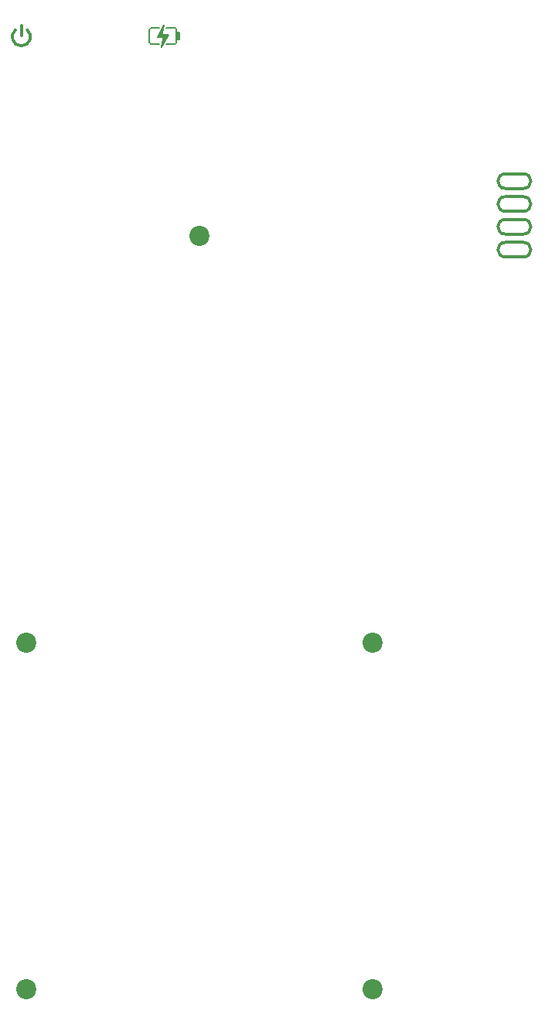
<source format=gbr>
%TF.GenerationSoftware,KiCad,Pcbnew,8.0.1*%
%TF.CreationDate,2024-04-11T23:32:49+09:00*%
%TF.ProjectId,Calciumor_SwitchCover,43616c63-6975-46d6-9f72-5f5377697463,rev?*%
%TF.SameCoordinates,Original*%
%TF.FileFunction,Soldermask,Bot*%
%TF.FilePolarity,Negative*%
%FSLAX46Y46*%
G04 Gerber Fmt 4.6, Leading zero omitted, Abs format (unit mm)*
G04 Created by KiCad (PCBNEW 8.0.1) date 2024-04-11 23:32:49*
%MOMM*%
%LPD*%
G01*
G04 APERTURE LIST*
%ADD10C,0.300000*%
%ADD11C,0.150000*%
%ADD12C,2.200000*%
G04 APERTURE END LIST*
D10*
X142000000Y-57200000D02*
X144000000Y-57200000D01*
X142000000Y-58800000D02*
G75*
G02*
X142000000Y-57200000I0J800000D01*
G01*
X142000000Y-56300000D02*
X144000000Y-56300000D01*
X142000000Y-54700000D02*
X144000000Y-54700000D01*
X142000000Y-61300000D02*
G75*
G02*
X142000000Y-59700000I0J800000D01*
G01*
X142000000Y-58800000D02*
X144000000Y-58800000D01*
X142000000Y-52200000D02*
X144000000Y-52200000D01*
X142000000Y-59700000D02*
X144000000Y-59700000D01*
X144000000Y-59700000D02*
G75*
G02*
X144000000Y-61300000I0J-800000D01*
G01*
X142000000Y-53800000D02*
G75*
G02*
X142000000Y-52200000I0J800000D01*
G01*
X142000000Y-53800000D02*
X144000000Y-53800000D01*
X142000000Y-61300000D02*
X144000000Y-61300000D01*
X144000000Y-52200000D02*
G75*
G02*
X144000000Y-53800000I0J-800000D01*
G01*
X142000000Y-56300000D02*
G75*
G02*
X142000000Y-54700000I0J800000D01*
G01*
X144000000Y-54700000D02*
G75*
G02*
X144000000Y-56300000I0J-800000D01*
G01*
X144000000Y-57200000D02*
G75*
G02*
X144000000Y-58800000I0J-800000D01*
G01*
D11*
X104400000Y-38300000D02*
X104800000Y-37000000D01*
X103000000Y-36400000D02*
G75*
G02*
X103200000Y-36200000I200000J0D01*
G01*
X104400000Y-38300000D02*
X104600000Y-37000000D01*
D10*
X89644136Y-36435089D02*
G75*
G02*
X88355864Y-36435089I-644136J-764911D01*
G01*
D11*
X104100000Y-36200000D02*
X103200000Y-36200000D01*
X106000000Y-37800000D02*
G75*
G02*
X105800000Y-38000000I-200000J0D01*
G01*
X105100000Y-37000000D02*
X104100000Y-37000000D01*
X106000000Y-36700000D02*
X106300000Y-36700000D01*
X105800000Y-36200000D02*
G75*
G02*
X106000000Y-36400000I0J-200000D01*
G01*
D10*
X89000000Y-37100000D02*
X89000000Y-36000000D01*
D11*
X104600000Y-35900000D02*
X104000000Y-37200000D01*
X104900000Y-38000000D02*
X105800000Y-38000000D01*
X106300000Y-36700000D02*
X106300000Y-37500000D01*
X106150000Y-36700000D02*
X106150000Y-37500000D01*
X104900000Y-37100000D02*
X104000000Y-37100000D01*
X104600000Y-35900000D02*
X104300000Y-37200000D01*
X105800000Y-36200000D02*
X104900000Y-36200000D01*
X106000000Y-36400000D02*
X106000000Y-37800000D01*
X106300000Y-37500000D02*
X106000000Y-37500000D01*
X104400000Y-38300000D02*
X104700000Y-37000000D01*
X104400000Y-38300000D02*
X105100000Y-37000000D01*
X104600000Y-35900000D02*
X104400000Y-37200000D01*
X103200000Y-38000000D02*
G75*
G02*
X103000000Y-37800000I0J200000D01*
G01*
X104100000Y-38000000D02*
X103200000Y-38000000D01*
X104600000Y-35900000D02*
X103900000Y-37200000D01*
X104900000Y-37200000D02*
X103900000Y-37200000D01*
X104600000Y-35900000D02*
X104200000Y-37200000D01*
X104400000Y-38300000D02*
X105000000Y-37000000D01*
X103000000Y-37800000D02*
X103000000Y-36400000D01*
D12*
%TO.C,H24*%
X108500000Y-59000000D03*
%TD*%
%TO.C,H20*%
X89500000Y-141500000D03*
%TD*%
%TO.C,H18*%
X89500000Y-103500000D03*
%TD*%
%TO.C,H19*%
X127500000Y-103500000D03*
%TD*%
%TO.C,H21*%
X127500000Y-141500000D03*
%TD*%
M02*

</source>
